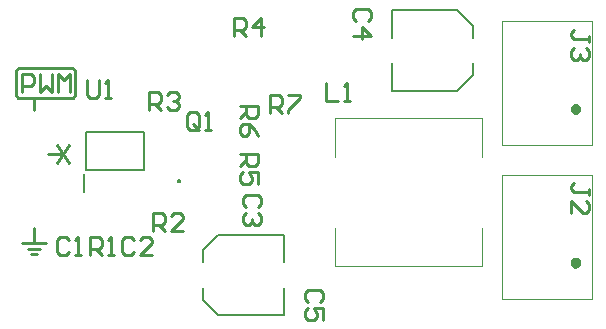
<source format=gbr>
%FSLAX23Y23*%
%MOIN*%
%SFA1B1*%

%IPPOS*%
%ADD10C,0.010000*%
%ADD11C,0.003937*%
%ADD12C,0.007874*%
%ADD13C,0.019685*%
%LNpcb1_legend_top-1*%
%LPD*%
G54D10*
X3218Y3907D02*
D01*
X3218Y3908*
X3218Y3908*
X3218Y3909*
X3218Y3910*
X3217Y3910*
X3217Y3911*
X3217Y3912*
X3216Y3912*
X3216Y3913*
X3216Y3913*
X3215Y3914*
X3215Y3914*
X3214Y3915*
X3214Y3915*
X3213Y3915*
X3212Y3916*
X3212Y3916*
X3211Y3916*
X3210Y3917*
X3210Y3917*
X3209Y3917*
X3208Y3917*
X3208Y3917*
Y3818D02*
D01*
X3209Y3818*
X3209Y3818*
X3210Y3819*
X3211Y3819*
X3211Y3819*
X3212Y3819*
X3213Y3820*
X3213Y3820*
X3214Y3820*
X3214Y3821*
X3215Y3821*
X3215Y3822*
X3216Y3822*
X3216Y3823*
X3217Y3823*
X3217Y3824*
X3217Y3825*
X3218Y3825*
X3218Y3826*
X3218Y3827*
X3218Y3827*
X3218Y3828*
X3218Y3828*
X3031Y3917D02*
D01*
X3030Y3917*
X3030Y3917*
X3029Y3917*
X3028Y3916*
X3028Y3916*
X3027Y3916*
X3026Y3916*
X3026Y3915*
X3025Y3915*
X3025Y3914*
X3024Y3914*
X3024Y3914*
X3023Y3913*
X3023Y3912*
X3022Y3912*
X3022Y3911*
X3022Y3911*
X3022Y3910*
X3021Y3909*
X3021Y3909*
X3021Y3908*
X3021Y3907*
X3021Y3907*
Y3828D02*
D01*
X3021Y3828*
X3021Y3827*
X3021Y3826*
X3022Y3826*
X3022Y3825*
X3022Y3824*
X3022Y3824*
X3023Y3823*
X3023Y3823*
X3023Y3822*
X3024Y3821*
X3024Y3821*
X3025Y3821*
X3026Y3820*
X3026Y3820*
X3027Y3819*
X3027Y3819*
X3028Y3819*
X3029Y3819*
X3029Y3819*
X3030Y3818*
X3031Y3818*
X3031Y3818*
X3208*
X3031Y3917D02*
X3208D01*
X3218Y3828D02*
Y3907D01*
X3021Y3828D02*
Y3907D01*
X3070Y3297D02*
X3090D01*
X3061Y3316D02*
X3100D01*
X3041Y3336D02*
X3120D01*
X3041D02*
X3080D01*
Y3385*
X3129Y3631D02*
X3177D01*
X3080Y3779D02*
Y3818D01*
X3159Y3662D02*
X3199Y3602D01*
Y3662D02*
X3159Y3602D01*
X3041Y3838D02*
Y3898D01*
X3071*
X3081Y3888*
Y3868*
X3071Y3858*
X3041*
X3101Y3898D02*
Y3838D01*
X3121Y3858*
X3141Y3838*
Y3898*
X3161Y3838D02*
Y3898D01*
X3181Y3878*
X3201Y3898*
Y3838*
X3257Y3878D02*
Y3828D01*
X3267Y3818*
X3287*
X3297Y3828*
Y3878*
X3317Y3818D02*
X3337D01*
X3327*
Y3878*
X3317Y3868*
X3867Y3769D02*
Y3829D01*
X3897*
X3907Y3819*
Y3799*
X3897Y3789*
X3867*
X3887D02*
X3907Y3769D01*
X3927Y3829D02*
X3967D01*
Y3819*
X3927Y3779*
Y3769*
X3769Y3790D02*
X3829D01*
Y3760*
X3819Y3750*
X3799*
X3789Y3760*
Y3790*
Y3770D02*
X3769Y3750D01*
X3829Y3690D02*
X3819Y3710D01*
X3799Y3730*
X3779*
X3769Y3720*
Y3700*
X3779Y3690*
X3789*
X3799Y3700*
Y3730*
X3769Y3632D02*
X3829D01*
Y3602*
X3819Y3592*
X3799*
X3789Y3602*
Y3632*
Y3612D02*
X3769Y3592D01*
X3829Y3532D02*
Y3572D01*
X3799*
X3809Y3552*
Y3542*
X3799Y3532*
X3779*
X3769Y3542*
Y3562*
X3779Y3572*
X3749Y4025D02*
Y4085D01*
X3779*
X3789Y4075*
Y4055*
X3779Y4045*
X3749*
X3769D02*
X3789Y4025D01*
X3839D02*
Y4085D01*
X3809Y4055*
X3849*
X3463Y3779D02*
Y3839D01*
X3493*
X3503Y3829*
Y3809*
X3493Y3799*
X3463*
X3483D02*
X3503Y3779D01*
X3523Y3829D02*
X3533Y3839D01*
X3553*
X3563Y3829*
Y3819*
X3553Y3809*
X3543*
X3553*
X3563Y3799*
Y3789*
X3553Y3779*
X3533*
X3523Y3789*
X3477Y3375D02*
Y3435D01*
X3507*
X3517Y3425*
Y3405*
X3507Y3395*
X3477*
X3497D02*
X3517Y3375D01*
X3577D02*
X3537D01*
X3577Y3415*
Y3425*
X3567Y3435*
X3547*
X3537Y3425*
X3267Y3296D02*
Y3356D01*
X3297*
X3307Y3346*
Y3326*
X3297Y3316*
X3267*
X3287D02*
X3307Y3296D01*
X3327D02*
X3347D01*
X3337*
Y3356*
X3327Y3346*
X3631Y3720D02*
Y3760D01*
X3621Y3770*
X3601*
X3591Y3760*
Y3720*
X3601Y3710*
X3621*
X3611Y3730D02*
X3631Y3710D01*
X3621D02*
X3631Y3720D01*
X3651Y3710D02*
X3671D01*
X3661*
Y3770*
X3651Y3760*
X4054Y3868D02*
Y3808D01*
X4094*
X4114D02*
X4134D01*
X4124*
Y3868*
X4114Y3858*
X4931Y4006D02*
Y4026D01*
Y4016*
X4881*
X4871Y4026*
Y4036*
X4881Y4046*
X4921Y3986D02*
X4931Y3976D01*
Y3956*
X4921Y3946*
X4911*
X4901Y3956*
Y3966*
Y3956*
X4891Y3946*
X4881*
X4871Y3956*
Y3976*
X4881Y3986*
X4931Y3494D02*
Y3514D01*
Y3504*
X4881*
X4871Y3514*
Y3524*
X4881Y3534*
X4871Y3434D02*
Y3474D01*
X4911Y3434*
X4921*
X4931Y3444*
Y3464*
X4921Y3474*
X4035Y3139D02*
X4045Y3149D01*
Y3169*
X4035Y3179*
X3995*
X3985Y3169*
Y3149*
X3995Y3139*
X4045Y3079D02*
Y3119D01*
X4015*
X4025Y3099*
Y3089*
X4015Y3079*
X3995*
X3985Y3089*
Y3109*
X3995Y3119*
X4193Y4074D02*
X4203Y4084D01*
Y4104*
X4193Y4114*
X4153*
X4143Y4104*
Y4084*
X4153Y4074*
X4143Y4024D02*
X4203D01*
X4173Y4054*
Y4014*
X3828Y3456D02*
X3838Y3466D01*
Y3486*
X3828Y3496*
X3788*
X3778Y3486*
Y3466*
X3788Y3456*
X3828Y3436D02*
X3838Y3426D01*
Y3406*
X3828Y3396*
X3818*
X3808Y3406*
Y3416*
Y3406*
X3798Y3396*
X3788*
X3778Y3406*
Y3426*
X3788Y3436*
X3415Y3346D02*
X3405Y3356D01*
X3385*
X3375Y3346*
Y3306*
X3385Y3296*
X3405*
X3415Y3306*
X3475Y3296D02*
X3435D01*
X3475Y3336*
Y3346*
X3465Y3356*
X3445*
X3435Y3346*
X3198D02*
X3188Y3356D01*
X3168*
X3158Y3346*
Y3306*
X3168Y3296*
X3188*
X3198Y3306*
X3218Y3296D02*
X3238D01*
X3228*
Y3356*
X3218Y3346*
G54D11*
X3563Y3539D02*
D01*
X3564Y3539*
X3564Y3539*
X3564Y3539*
X3564Y3539*
X3564Y3539*
X3564Y3539*
X3564Y3539*
X3565Y3539*
X3565Y3539*
X3565Y3539*
X3565Y3539*
X3565Y3540*
X3565Y3540*
X3565Y3540*
X3565Y3540*
X3565Y3540*
X3565Y3540*
X3565Y3540*
X3565Y3540*
X3565Y3540*
X3565Y3541*
X3565Y3541*
Y3541*
X3565Y3541*
X3565Y3541*
X3565Y3541*
X3565Y3541*
X3565Y3542*
X3565Y3542*
X3565Y3542*
X3565Y3542*
X3565Y3542*
X3565Y3542*
X3565Y3542*
X3565Y3542*
X3565Y3542*
X3565Y3543*
X3564Y3543*
X3564Y3543*
X3564Y3543*
X3564Y3543*
X3564Y3543*
X3564Y3543*
X3564Y3543*
X3563Y3543*
X4084Y3622D02*
Y3750D01*
X4576*
Y3622D02*
Y3750D01*
X4084Y3257D02*
Y3385D01*
Y3257D02*
X4576D01*
Y3385*
X4641Y3149D02*
X4940D01*
Y3562*
X4641D02*
X4940D01*
X4641Y3149D02*
Y3562D01*
Y3661D02*
X4940D01*
Y4074*
X4641D02*
X4940D01*
X4641Y3661D02*
Y4074D01*
G54D12*
X3567Y3541D02*
D01*
X3567Y3541*
X3567Y3541*
X3567Y3542*
X3567Y3542*
X3567Y3542*
X3567Y3542*
X3567Y3543*
X3567Y3543*
X3567Y3543*
X3566Y3543*
X3566Y3544*
X3566Y3544*
X3566Y3544*
X3566Y3544*
X3565Y3544*
X3565Y3544*
X3565Y3544*
X3565Y3545*
X3564Y3545*
X3564Y3545*
X3564Y3545*
X3564Y3545*
X3563*
X3563Y3545*
X3563Y3545*
X3563Y3545*
X3562Y3545*
X3562Y3544*
X3562Y3544*
X3562Y3544*
X3561Y3544*
X3561Y3544*
X3561Y3544*
X3561Y3544*
X3560Y3543*
X3560Y3543*
X3560Y3543*
X3560Y3543*
X3560Y3542*
X3560Y3542*
X3560Y3542*
X3560Y3542*
X3560Y3541*
X3560Y3541*
X3560Y3541*
X3560Y3541*
X3560Y3540*
X3560Y3540*
X3560Y3540*
X3560Y3539*
X3560Y3539*
X3560Y3539*
X3560Y3539*
X3560Y3539*
X3560Y3538*
X3561Y3538*
X3561Y3538*
X3561Y3538*
X3561Y3538*
X3562Y3537*
X3562Y3537*
X3562Y3537*
X3562Y3537*
X3563Y3537*
X3563Y3537*
X3563Y3537*
X3563Y3537*
X3564*
X3564Y3537*
X3564Y3537*
X3564Y3537*
X3565Y3537*
X3565Y3537*
X3565Y3537*
X3565Y3537*
X3566Y3538*
X3566Y3538*
X3566Y3538*
X3566Y3538*
X3566Y3538*
X3567Y3539*
X3567Y3539*
X3567Y3539*
X3567Y3539*
X3567Y3539*
X3567Y3540*
X3567Y3540*
X3567Y3540*
X3567Y3541*
X3567Y3541*
X3248Y3504D02*
Y3564D01*
X3254Y3578D02*
X3447D01*
Y3704*
X3254D02*
X3447D01*
X3254Y3578D02*
Y3704D01*
X4275Y4110D02*
X4492D01*
X4275Y4019D02*
Y4110D01*
Y3842D02*
Y3933D01*
Y3842D02*
X4492D01*
X4543Y4019D02*
Y4059D01*
X4492Y4110D02*
X4543Y4059D01*
X4492Y3842D02*
X4543Y3893D01*
Y3933*
X3696Y3094D02*
X3913D01*
Y3185*
Y3271D02*
Y3362D01*
X3696D02*
X3913D01*
X3645Y3145D02*
Y3185D01*
Y3145D02*
X3696Y3094D01*
X3645Y3311D02*
X3696Y3362D01*
X3645Y3271D02*
Y3311D01*
G54D13*
X4896Y3267D02*
D01*
X4896Y3268*
X4895Y3268*
X4895Y3269*
X4895Y3269*
X4895Y3270*
X4895Y3270*
X4895Y3271*
X4894Y3271*
X4894Y3272*
X4894Y3272*
X4893Y3273*
X4893Y3273*
X4892Y3273*
X4892Y3274*
X4892Y3274*
X4891Y3274*
X4891Y3275*
X4890Y3275*
X4890Y3275*
X4889Y3275*
X4888Y3275*
X4888Y3275*
X4887*
X4887Y3275*
X4886Y3275*
X4886Y3275*
X4885Y3275*
X4885Y3275*
X4884Y3274*
X4884Y3274*
X4883Y3274*
X4883Y3273*
X4882Y3273*
X4882Y3273*
X4882Y3272*
X4881Y3272*
X4881Y3271*
X4881Y3271*
X4880Y3270*
X4880Y3270*
X4880Y3269*
X4880Y3269*
X4880Y3268*
X4880Y3268*
X4880Y3267*
X4880Y3267*
X4880Y3266*
X4880Y3266*
X4880Y3265*
X4880Y3265*
X4880Y3264*
X4881Y3264*
X4881Y3263*
X4881Y3263*
X4882Y3262*
X4882Y3262*
X4882Y3261*
X4883Y3261*
X4883Y3261*
X4884Y3260*
X4884Y3260*
X4885Y3260*
X4885Y3260*
X4886Y3260*
X4886Y3259*
X4887Y3259*
X4887Y3259*
X4888*
X4888Y3259*
X4889Y3259*
X4890Y3260*
X4890Y3260*
X4891Y3260*
X4891Y3260*
X4892Y3260*
X4892Y3261*
X4892Y3261*
X4893Y3261*
X4893Y3262*
X4894Y3262*
X4894Y3263*
X4894Y3263*
X4895Y3264*
X4895Y3264*
X4895Y3265*
X4895Y3265*
X4895Y3266*
X4895Y3266*
X4896Y3267*
X4896Y3267*
Y3779D02*
D01*
X4896Y3780*
X4895Y3780*
X4895Y3781*
X4895Y3781*
X4895Y3782*
X4895Y3782*
X4895Y3783*
X4894Y3783*
X4894Y3784*
X4894Y3784*
X4893Y3784*
X4893Y3785*
X4892Y3785*
X4892Y3786*
X4892Y3786*
X4891Y3786*
X4891Y3786*
X4890Y3787*
X4890Y3787*
X4889Y3787*
X4888Y3787*
X4888Y3787*
X4887*
X4887Y3787*
X4886Y3787*
X4886Y3787*
X4885Y3787*
X4885Y3786*
X4884Y3786*
X4884Y3786*
X4883Y3786*
X4883Y3785*
X4882Y3785*
X4882Y3784*
X4882Y3784*
X4881Y3784*
X4881Y3783*
X4881Y3783*
X4880Y3782*
X4880Y3782*
X4880Y3781*
X4880Y3781*
X4880Y3780*
X4880Y3780*
X4880Y3779*
X4880Y3778*
X4880Y3778*
X4880Y3777*
X4880Y3777*
X4880Y3776*
X4880Y3776*
X4881Y3775*
X4881Y3775*
X4881Y3774*
X4882Y3774*
X4882Y3774*
X4882Y3773*
X4883Y3773*
X4883Y3772*
X4884Y3772*
X4884Y3772*
X4885Y3772*
X4885Y3772*
X4886Y3771*
X4886Y3771*
X4887Y3771*
X4887Y3771*
X4888*
X4888Y3771*
X4889Y3771*
X4890Y3771*
X4890Y3772*
X4891Y3772*
X4891Y3772*
X4892Y3772*
X4892Y3772*
X4892Y3773*
X4893Y3773*
X4893Y3774*
X4894Y3774*
X4894Y3774*
X4894Y3775*
X4895Y3775*
X4895Y3776*
X4895Y3776*
X4895Y3777*
X4895Y3777*
X4895Y3778*
X4896Y3778*
X4896Y3779*
M02*
</source>
